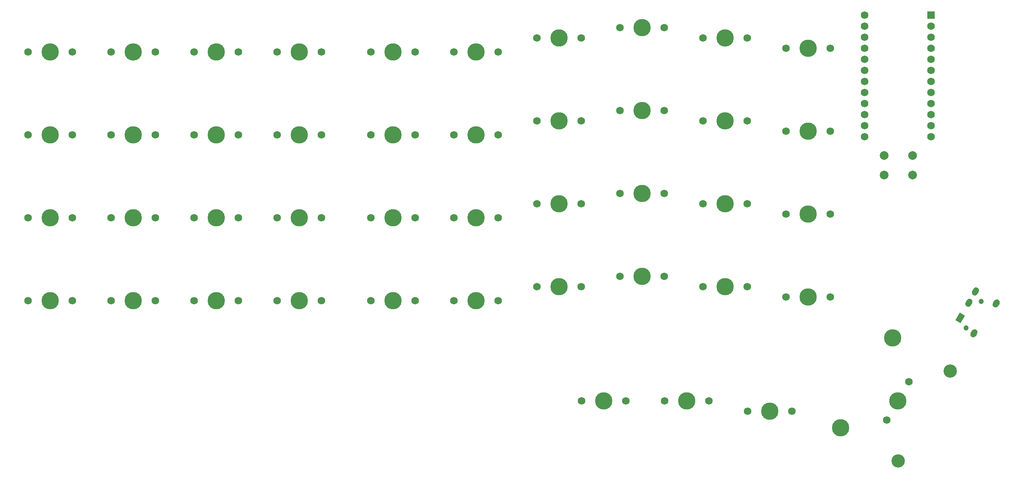
<source format=gbr>
%TF.GenerationSoftware,KiCad,Pcbnew,(5.1.9-0-10_14)*%
%TF.CreationDate,2021-04-10T22:10:23-05:00*%
%TF.ProjectId,wren-left,7772656e-2d6c-4656-9674-2e6b69636164,rev?*%
%TF.SameCoordinates,Original*%
%TF.FileFunction,Soldermask,Top*%
%TF.FilePolarity,Negative*%
%FSLAX46Y46*%
G04 Gerber Fmt 4.6, Leading zero omitted, Abs format (unit mm)*
G04 Created by KiCad (PCBNEW (5.1.9-0-10_14)) date 2021-04-10 22:10:23*
%MOMM*%
%LPD*%
G01*
G04 APERTURE LIST*
%ADD10C,1.752600*%
%ADD11R,1.752600X1.752600*%
%ADD12C,2.000000*%
%ADD13C,3.987800*%
%ADD14C,3.048000*%
%ADD15C,1.750000*%
%ADD16C,1.200000*%
%ADD17C,0.100000*%
G04 APERTURE END LIST*
D10*
%TO.C,U1*%
X233680000Y-28098750D03*
X248920000Y-56038750D03*
X233680000Y-30638750D03*
X233680000Y-33178750D03*
X233680000Y-35718750D03*
X233680000Y-38258750D03*
X233680000Y-40798750D03*
X233680000Y-43338750D03*
X233680000Y-45878750D03*
X233680000Y-48418750D03*
X233680000Y-50958750D03*
X233680000Y-53498750D03*
X233680000Y-56038750D03*
X248920000Y-53498750D03*
X248920000Y-50958750D03*
X248920000Y-48418750D03*
X248920000Y-45878750D03*
X248920000Y-43338750D03*
X248920000Y-40798750D03*
X248920000Y-38258750D03*
X248920000Y-35718750D03*
X248920000Y-33178750D03*
X248920000Y-30638750D03*
D11*
X248920000Y-28098750D03*
%TD*%
D12*
%TO.C,SW0*%
X244625000Y-60325000D03*
X244625000Y-64825000D03*
X238125000Y-60325000D03*
X238125000Y-64825000D03*
%TD*%
D13*
%TO.C,MX41*%
X240119960Y-102215139D03*
X228181960Y-122892361D03*
D14*
X253318187Y-109835139D03*
X241380187Y-130512361D03*
D15*
X243840000Y-112281841D03*
X238760000Y-121080659D03*
D13*
X241300000Y-116681250D03*
%TD*%
D16*
%TO.C,J1*%
X256929358Y-99907083D03*
X260429358Y-93844905D03*
G36*
G01*
X259587500Y-90703046D02*
X259587500Y-90703046D01*
G75*
G02*
X259843718Y-91659264I-350000J-606218D01*
G01*
X259543718Y-92178880D01*
G75*
G02*
X258587500Y-92435098I-606218J350000D01*
G01*
X258587500Y-92435098D01*
G75*
G02*
X258331282Y-91478880I350000J606218D01*
G01*
X258631282Y-90959264D01*
G75*
G02*
X259587500Y-90703046I606218J-350000D01*
G01*
G37*
G36*
G01*
X258087500Y-93301122D02*
X258087500Y-93301122D01*
G75*
G02*
X258343718Y-94257340I-350000J-606218D01*
G01*
X258043718Y-94776956D01*
G75*
G02*
X257087500Y-95033174I-606218J350000D01*
G01*
X257087500Y-95033174D01*
G75*
G02*
X256831282Y-94076956I350000J606218D01*
G01*
X257131282Y-93557340D01*
G75*
G02*
X258087500Y-93301122I606218J-350000D01*
G01*
G37*
D17*
G36*
X255481282Y-96415225D02*
G01*
X256693718Y-97115225D01*
X255693718Y-98847275D01*
X254481282Y-98147275D01*
X255481282Y-96415225D01*
G37*
G36*
G01*
X259234614Y-100314262D02*
X259234614Y-100314262D01*
G75*
G02*
X259490832Y-101270480I-350000J-606218D01*
G01*
X259190832Y-101790096D01*
G75*
G02*
X258234614Y-102046314I-606218J350000D01*
G01*
X258234614Y-102046314D01*
G75*
G02*
X257978396Y-101090096I350000J606218D01*
G01*
X258278396Y-100570480D01*
G75*
G02*
X259234614Y-100314262I606218J-350000D01*
G01*
G37*
G36*
G01*
X264350640Y-93453046D02*
X264350640Y-93453046D01*
G75*
G02*
X264606858Y-94409264I-350000J-606218D01*
G01*
X264306858Y-94928880D01*
G75*
G02*
X263350640Y-95185098I-606218J350000D01*
G01*
X263350640Y-95185098D01*
G75*
G02*
X263094422Y-94228880I350000J606218D01*
G01*
X263394422Y-93709264D01*
G75*
G02*
X264350640Y-93453046I606218J-350000D01*
G01*
G37*
%TD*%
D15*
%TO.C,MX44*%
X178911250Y-116681250D03*
X168751250Y-116681250D03*
D13*
X173831250Y-116681250D03*
%TD*%
D15*
%TO.C,MX43*%
X197961250Y-116681250D03*
X187801250Y-116681250D03*
D13*
X192881250Y-116681250D03*
%TD*%
D15*
%TO.C,MX42*%
X217011250Y-119062500D03*
X206851250Y-119062500D03*
D13*
X211931250Y-119062500D03*
%TD*%
D15*
%TO.C,MX40*%
X51911250Y-93662500D03*
X41751250Y-93662500D03*
D13*
X46831250Y-93662500D03*
%TD*%
D15*
%TO.C,MX39*%
X70961250Y-93662500D03*
X60801250Y-93662500D03*
D13*
X65881250Y-93662500D03*
%TD*%
D15*
%TO.C,MX38*%
X90011250Y-93662500D03*
X79851250Y-93662500D03*
D13*
X84931250Y-93662500D03*
%TD*%
D15*
%TO.C,MX37*%
X109061250Y-93662500D03*
X98901250Y-93662500D03*
D13*
X103981250Y-93662500D03*
%TD*%
D15*
%TO.C,MX36*%
X130492500Y-93662500D03*
X120332500Y-93662500D03*
D13*
X125412500Y-93662500D03*
%TD*%
D15*
%TO.C,MX35*%
X149542500Y-93662500D03*
X139382500Y-93662500D03*
D13*
X144462500Y-93662500D03*
%TD*%
D15*
%TO.C,MX34*%
X168592500Y-90487500D03*
X158432500Y-90487500D03*
D13*
X163512500Y-90487500D03*
%TD*%
D15*
%TO.C,MX33*%
X187642500Y-88106250D03*
X177482500Y-88106250D03*
D13*
X182562500Y-88106250D03*
%TD*%
D15*
%TO.C,MX32*%
X206692500Y-90487500D03*
X196532500Y-90487500D03*
D13*
X201612500Y-90487500D03*
%TD*%
D15*
%TO.C,MX31*%
X225742500Y-92868750D03*
X215582500Y-92868750D03*
D13*
X220662500Y-92868750D03*
%TD*%
D15*
%TO.C,MX30*%
X51911250Y-74612500D03*
X41751250Y-74612500D03*
D13*
X46831250Y-74612500D03*
%TD*%
D15*
%TO.C,MX29*%
X70961250Y-74612500D03*
X60801250Y-74612500D03*
D13*
X65881250Y-74612500D03*
%TD*%
D15*
%TO.C,MX28*%
X90011250Y-74612500D03*
X79851250Y-74612500D03*
D13*
X84931250Y-74612500D03*
%TD*%
D15*
%TO.C,MX27*%
X109061250Y-74612500D03*
X98901250Y-74612500D03*
D13*
X103981250Y-74612500D03*
%TD*%
D15*
%TO.C,MX26*%
X130492500Y-74612500D03*
X120332500Y-74612500D03*
D13*
X125412500Y-74612500D03*
%TD*%
D15*
%TO.C,MX25*%
X149542500Y-74612500D03*
X139382500Y-74612500D03*
D13*
X144462500Y-74612500D03*
%TD*%
D15*
%TO.C,MX24*%
X168592500Y-71437500D03*
X158432500Y-71437500D03*
D13*
X163512500Y-71437500D03*
%TD*%
D15*
%TO.C,MX23*%
X187642500Y-69056250D03*
X177482500Y-69056250D03*
D13*
X182562500Y-69056250D03*
%TD*%
D15*
%TO.C,MX22*%
X206692500Y-71437500D03*
X196532500Y-71437500D03*
D13*
X201612500Y-71437500D03*
%TD*%
D15*
%TO.C,MX21*%
X225742500Y-73818750D03*
X215582500Y-73818750D03*
D13*
X220662500Y-73818750D03*
%TD*%
D15*
%TO.C,MX20*%
X51911250Y-55562500D03*
X41751250Y-55562500D03*
D13*
X46831250Y-55562500D03*
%TD*%
D15*
%TO.C,MX19*%
X70961250Y-55562500D03*
X60801250Y-55562500D03*
D13*
X65881250Y-55562500D03*
%TD*%
D15*
%TO.C,MX18*%
X90011250Y-55562500D03*
X79851250Y-55562500D03*
D13*
X84931250Y-55562500D03*
%TD*%
D15*
%TO.C,MX17*%
X109061250Y-55562500D03*
X98901250Y-55562500D03*
D13*
X103981250Y-55562500D03*
%TD*%
D15*
%TO.C,MX16*%
X130492500Y-55562500D03*
X120332500Y-55562500D03*
D13*
X125412500Y-55562500D03*
%TD*%
D15*
%TO.C,MX15*%
X149542500Y-55562500D03*
X139382500Y-55562500D03*
D13*
X144462500Y-55562500D03*
%TD*%
D15*
%TO.C,MX14*%
X168592500Y-52387500D03*
X158432500Y-52387500D03*
D13*
X163512500Y-52387500D03*
%TD*%
D15*
%TO.C,MX13*%
X187642500Y-50006250D03*
X177482500Y-50006250D03*
D13*
X182562500Y-50006250D03*
%TD*%
D15*
%TO.C,MX12*%
X206692500Y-52387500D03*
X196532500Y-52387500D03*
D13*
X201612500Y-52387500D03*
%TD*%
D15*
%TO.C,MX11*%
X225742500Y-54768750D03*
X215582500Y-54768750D03*
D13*
X220662500Y-54768750D03*
%TD*%
D15*
%TO.C,MX10*%
X51911250Y-36512500D03*
X41751250Y-36512500D03*
D13*
X46831250Y-36512500D03*
%TD*%
D15*
%TO.C,MX9*%
X70961250Y-36512500D03*
X60801250Y-36512500D03*
D13*
X65881250Y-36512500D03*
%TD*%
D15*
%TO.C,MX8*%
X90011250Y-36512500D03*
X79851250Y-36512500D03*
D13*
X84931250Y-36512500D03*
%TD*%
D15*
%TO.C,MX7*%
X109061250Y-36512500D03*
X98901250Y-36512500D03*
D13*
X103981250Y-36512500D03*
%TD*%
D15*
%TO.C,MX6*%
X130492500Y-36512500D03*
X120332500Y-36512500D03*
D13*
X125412500Y-36512500D03*
%TD*%
D15*
%TO.C,MX5*%
X149542500Y-36512500D03*
X139382500Y-36512500D03*
D13*
X144462500Y-36512500D03*
%TD*%
D15*
%TO.C,MX4*%
X168592500Y-33337500D03*
X158432500Y-33337500D03*
D13*
X163512500Y-33337500D03*
%TD*%
D15*
%TO.C,MX3*%
X187642500Y-30956250D03*
X177482500Y-30956250D03*
D13*
X182562500Y-30956250D03*
%TD*%
D15*
%TO.C,MX2*%
X206692500Y-33337500D03*
X196532500Y-33337500D03*
D13*
X201612500Y-33337500D03*
%TD*%
D15*
%TO.C,MX1*%
X225742500Y-35718750D03*
X215582500Y-35718750D03*
D13*
X220662500Y-35718750D03*
%TD*%
M02*

</source>
